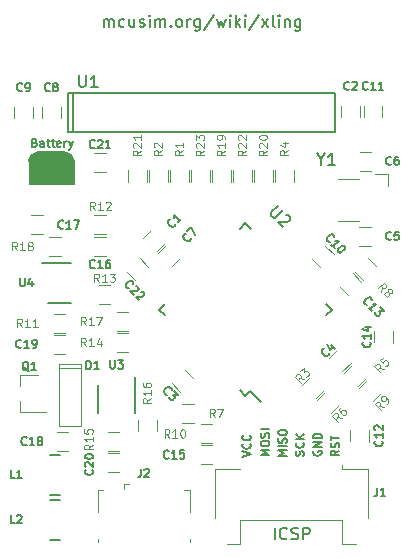
<source format=gto>
G04 #@! TF.GenerationSoftware,KiCad,Pcbnew,5.0.2+dfsg1-1*
G04 #@! TF.CreationDate,2019-10-20T13:45:48+02:00*
G04 #@! TF.ProjectId,xling,786c696e-672e-46b6-9963-61645f706362,3.1*
G04 #@! TF.SameCoordinates,Original*
G04 #@! TF.FileFunction,Legend,Top*
G04 #@! TF.FilePolarity,Positive*
%FSLAX46Y46*%
G04 Gerber Fmt 4.6, Leading zero omitted, Abs format (unit mm)*
G04 Created by KiCad (PCBNEW 5.0.2+dfsg1-1) date Sun 20 Oct 2019 13:45:48 CEST*
%MOMM*%
%LPD*%
G01*
G04 APERTURE LIST*
%ADD10C,0.200000*%
%ADD11C,0.150000*%
%ADD12C,0.175000*%
%ADD13C,0.100000*%
%ADD14C,0.120000*%
%ADD15C,0.125000*%
G04 APERTURE END LIST*
D10*
X61389666Y-42108380D02*
X61389666Y-41441714D01*
X61389666Y-41536952D02*
X61437285Y-41489333D01*
X61532523Y-41441714D01*
X61675380Y-41441714D01*
X61770619Y-41489333D01*
X61818238Y-41584571D01*
X61818238Y-42108380D01*
X61818238Y-41584571D02*
X61865857Y-41489333D01*
X61961095Y-41441714D01*
X62103952Y-41441714D01*
X62199190Y-41489333D01*
X62246809Y-41584571D01*
X62246809Y-42108380D01*
X63151571Y-42060761D02*
X63056333Y-42108380D01*
X62865857Y-42108380D01*
X62770619Y-42060761D01*
X62723000Y-42013142D01*
X62675380Y-41917904D01*
X62675380Y-41632190D01*
X62723000Y-41536952D01*
X62770619Y-41489333D01*
X62865857Y-41441714D01*
X63056333Y-41441714D01*
X63151571Y-41489333D01*
X64008714Y-41441714D02*
X64008714Y-42108380D01*
X63580142Y-41441714D02*
X63580142Y-41965523D01*
X63627761Y-42060761D01*
X63723000Y-42108380D01*
X63865857Y-42108380D01*
X63961095Y-42060761D01*
X64008714Y-42013142D01*
X64437285Y-42060761D02*
X64532523Y-42108380D01*
X64723000Y-42108380D01*
X64818238Y-42060761D01*
X64865857Y-41965523D01*
X64865857Y-41917904D01*
X64818238Y-41822666D01*
X64723000Y-41775047D01*
X64580142Y-41775047D01*
X64484904Y-41727428D01*
X64437285Y-41632190D01*
X64437285Y-41584571D01*
X64484904Y-41489333D01*
X64580142Y-41441714D01*
X64723000Y-41441714D01*
X64818238Y-41489333D01*
X65294428Y-42108380D02*
X65294428Y-41441714D01*
X65294428Y-41108380D02*
X65246809Y-41156000D01*
X65294428Y-41203619D01*
X65342047Y-41156000D01*
X65294428Y-41108380D01*
X65294428Y-41203619D01*
X65770619Y-42108380D02*
X65770619Y-41441714D01*
X65770619Y-41536952D02*
X65818238Y-41489333D01*
X65913476Y-41441714D01*
X66056333Y-41441714D01*
X66151571Y-41489333D01*
X66199190Y-41584571D01*
X66199190Y-42108380D01*
X66199190Y-41584571D02*
X66246809Y-41489333D01*
X66342047Y-41441714D01*
X66484904Y-41441714D01*
X66580142Y-41489333D01*
X66627761Y-41584571D01*
X66627761Y-42108380D01*
X67103952Y-42013142D02*
X67151571Y-42060761D01*
X67103952Y-42108380D01*
X67056333Y-42060761D01*
X67103952Y-42013142D01*
X67103952Y-42108380D01*
X67723000Y-42108380D02*
X67627761Y-42060761D01*
X67580142Y-42013142D01*
X67532523Y-41917904D01*
X67532523Y-41632190D01*
X67580142Y-41536952D01*
X67627761Y-41489333D01*
X67723000Y-41441714D01*
X67865857Y-41441714D01*
X67961095Y-41489333D01*
X68008714Y-41536952D01*
X68056333Y-41632190D01*
X68056333Y-41917904D01*
X68008714Y-42013142D01*
X67961095Y-42060761D01*
X67865857Y-42108380D01*
X67723000Y-42108380D01*
X68484904Y-42108380D02*
X68484904Y-41441714D01*
X68484904Y-41632190D02*
X68532523Y-41536952D01*
X68580142Y-41489333D01*
X68675380Y-41441714D01*
X68770619Y-41441714D01*
X69532523Y-41441714D02*
X69532523Y-42251238D01*
X69484904Y-42346476D01*
X69437285Y-42394095D01*
X69342047Y-42441714D01*
X69199190Y-42441714D01*
X69103952Y-42394095D01*
X69532523Y-42060761D02*
X69437285Y-42108380D01*
X69246809Y-42108380D01*
X69151571Y-42060761D01*
X69103952Y-42013142D01*
X69056333Y-41917904D01*
X69056333Y-41632190D01*
X69103952Y-41536952D01*
X69151571Y-41489333D01*
X69246809Y-41441714D01*
X69437285Y-41441714D01*
X69532523Y-41489333D01*
X70723000Y-41060761D02*
X69865857Y-42346476D01*
X70961095Y-41441714D02*
X71151571Y-42108380D01*
X71342047Y-41632190D01*
X71532523Y-42108380D01*
X71723000Y-41441714D01*
X72103952Y-42108380D02*
X72103952Y-41441714D01*
X72103952Y-41108380D02*
X72056333Y-41156000D01*
X72103952Y-41203619D01*
X72151571Y-41156000D01*
X72103952Y-41108380D01*
X72103952Y-41203619D01*
X72580142Y-42108380D02*
X72580142Y-41108380D01*
X72675380Y-41727428D02*
X72961095Y-42108380D01*
X72961095Y-41441714D02*
X72580142Y-41822666D01*
X73389666Y-42108380D02*
X73389666Y-41441714D01*
X73389666Y-41108380D02*
X73342047Y-41156000D01*
X73389666Y-41203619D01*
X73437285Y-41156000D01*
X73389666Y-41108380D01*
X73389666Y-41203619D01*
X74580142Y-41060761D02*
X73723000Y-42346476D01*
X74818238Y-42108380D02*
X75342047Y-41441714D01*
X74818238Y-41441714D02*
X75342047Y-42108380D01*
X75865857Y-42108380D02*
X75770619Y-42060761D01*
X75723000Y-41965523D01*
X75723000Y-41108380D01*
X76246809Y-42108380D02*
X76246809Y-41441714D01*
X76246809Y-41108380D02*
X76199190Y-41156000D01*
X76246809Y-41203619D01*
X76294428Y-41156000D01*
X76246809Y-41108380D01*
X76246809Y-41203619D01*
X76723000Y-41441714D02*
X76723000Y-42108380D01*
X76723000Y-41536952D02*
X76770619Y-41489333D01*
X76865857Y-41441714D01*
X77008714Y-41441714D01*
X77103952Y-41489333D01*
X77151571Y-41584571D01*
X77151571Y-42108380D01*
X78056333Y-41441714D02*
X78056333Y-42251238D01*
X78008714Y-42346476D01*
X77961095Y-42394095D01*
X77865857Y-42441714D01*
X77723000Y-42441714D01*
X77627761Y-42394095D01*
X78056333Y-42060761D02*
X77961095Y-42108380D01*
X77770619Y-42108380D01*
X77675380Y-42060761D01*
X77627761Y-42013142D01*
X77580142Y-41917904D01*
X77580142Y-41632190D01*
X77627761Y-41536952D01*
X77675380Y-41489333D01*
X77770619Y-41441714D01*
X77961095Y-41441714D01*
X78056333Y-41489333D01*
D11*
X55573000Y-51893000D02*
X55673000Y-51926333D01*
X55706333Y-51959666D01*
X55739666Y-52026333D01*
X55739666Y-52126333D01*
X55706333Y-52193000D01*
X55673000Y-52226333D01*
X55606333Y-52259666D01*
X55339666Y-52259666D01*
X55339666Y-51559666D01*
X55573000Y-51559666D01*
X55639666Y-51593000D01*
X55673000Y-51626333D01*
X55706333Y-51693000D01*
X55706333Y-51759666D01*
X55673000Y-51826333D01*
X55639666Y-51859666D01*
X55573000Y-51893000D01*
X55339666Y-51893000D01*
X56339666Y-52259666D02*
X56339666Y-51893000D01*
X56306333Y-51826333D01*
X56239666Y-51793000D01*
X56106333Y-51793000D01*
X56039666Y-51826333D01*
X56339666Y-52226333D02*
X56273000Y-52259666D01*
X56106333Y-52259666D01*
X56039666Y-52226333D01*
X56006333Y-52159666D01*
X56006333Y-52093000D01*
X56039666Y-52026333D01*
X56106333Y-51993000D01*
X56273000Y-51993000D01*
X56339666Y-51959666D01*
X56573000Y-51793000D02*
X56839666Y-51793000D01*
X56673000Y-51559666D02*
X56673000Y-52159666D01*
X56706333Y-52226333D01*
X56773000Y-52259666D01*
X56839666Y-52259666D01*
X56973000Y-51793000D02*
X57239666Y-51793000D01*
X57073000Y-51559666D02*
X57073000Y-52159666D01*
X57106333Y-52226333D01*
X57173000Y-52259666D01*
X57239666Y-52259666D01*
X57739666Y-52226333D02*
X57673000Y-52259666D01*
X57539666Y-52259666D01*
X57473000Y-52226333D01*
X57439666Y-52159666D01*
X57439666Y-51893000D01*
X57473000Y-51826333D01*
X57539666Y-51793000D01*
X57673000Y-51793000D01*
X57739666Y-51826333D01*
X57773000Y-51893000D01*
X57773000Y-51959666D01*
X57439666Y-52026333D01*
X58073000Y-52259666D02*
X58073000Y-51793000D01*
X58073000Y-51926333D02*
X58106333Y-51859666D01*
X58139666Y-51826333D01*
X58206333Y-51793000D01*
X58273000Y-51793000D01*
X58439666Y-51793000D02*
X58606333Y-52259666D01*
X58773000Y-51793000D02*
X58606333Y-52259666D01*
X58539666Y-52426333D01*
X58506333Y-52459666D01*
X58439666Y-52493000D01*
X75866809Y-85491580D02*
X75866809Y-84491580D01*
X76914428Y-85396342D02*
X76866809Y-85443961D01*
X76723952Y-85491580D01*
X76628714Y-85491580D01*
X76485857Y-85443961D01*
X76390619Y-85348723D01*
X76343000Y-85253485D01*
X76295380Y-85063009D01*
X76295380Y-84920152D01*
X76343000Y-84729676D01*
X76390619Y-84634438D01*
X76485857Y-84539200D01*
X76628714Y-84491580D01*
X76723952Y-84491580D01*
X76866809Y-84539200D01*
X76914428Y-84586819D01*
X77295380Y-85443961D02*
X77438238Y-85491580D01*
X77676333Y-85491580D01*
X77771571Y-85443961D01*
X77819190Y-85396342D01*
X77866809Y-85301104D01*
X77866809Y-85205866D01*
X77819190Y-85110628D01*
X77771571Y-85063009D01*
X77676333Y-85015390D01*
X77485857Y-84967771D01*
X77390619Y-84920152D01*
X77343000Y-84872533D01*
X77295380Y-84777295D01*
X77295380Y-84682057D01*
X77343000Y-84586819D01*
X77390619Y-84539200D01*
X77485857Y-84491580D01*
X77723952Y-84491580D01*
X77866809Y-84539200D01*
X78295380Y-85491580D02*
X78295380Y-84491580D01*
X78676333Y-84491580D01*
X78771571Y-84539200D01*
X78819190Y-84586819D01*
X78866809Y-84682057D01*
X78866809Y-84824914D01*
X78819190Y-84920152D01*
X78771571Y-84967771D01*
X78676333Y-85015390D01*
X78295380Y-85015390D01*
D12*
X81348666Y-77979583D02*
X81015333Y-78212916D01*
X81348666Y-78379583D02*
X80648666Y-78379583D01*
X80648666Y-78112916D01*
X80682000Y-78046250D01*
X80715333Y-78012916D01*
X80782000Y-77979583D01*
X80882000Y-77979583D01*
X80948666Y-78012916D01*
X80982000Y-78046250D01*
X81015333Y-78112916D01*
X81015333Y-78379583D01*
X81315333Y-77712916D02*
X81348666Y-77612916D01*
X81348666Y-77446250D01*
X81315333Y-77379583D01*
X81282000Y-77346250D01*
X81215333Y-77312916D01*
X81148666Y-77312916D01*
X81082000Y-77346250D01*
X81048666Y-77379583D01*
X81015333Y-77446250D01*
X80982000Y-77579583D01*
X80948666Y-77646250D01*
X80915333Y-77679583D01*
X80848666Y-77712916D01*
X80782000Y-77712916D01*
X80715333Y-77679583D01*
X80682000Y-77646250D01*
X80648666Y-77579583D01*
X80648666Y-77412916D01*
X80682000Y-77312916D01*
X80648666Y-77112916D02*
X80648666Y-76712916D01*
X81348666Y-76912916D02*
X80648666Y-76912916D01*
X79182000Y-78012916D02*
X79148666Y-78079583D01*
X79148666Y-78179583D01*
X79182000Y-78279583D01*
X79248666Y-78346250D01*
X79315333Y-78379583D01*
X79448666Y-78412916D01*
X79548666Y-78412916D01*
X79682000Y-78379583D01*
X79748666Y-78346250D01*
X79815333Y-78279583D01*
X79848666Y-78179583D01*
X79848666Y-78112916D01*
X79815333Y-78012916D01*
X79782000Y-77979583D01*
X79548666Y-77979583D01*
X79548666Y-78112916D01*
X79848666Y-77679583D02*
X79148666Y-77679583D01*
X79848666Y-77279583D01*
X79148666Y-77279583D01*
X79848666Y-76946250D02*
X79148666Y-76946250D01*
X79148666Y-76779583D01*
X79182000Y-76679583D01*
X79248666Y-76612916D01*
X79315333Y-76579583D01*
X79448666Y-76546250D01*
X79548666Y-76546250D01*
X79682000Y-76579583D01*
X79748666Y-76612916D01*
X79815333Y-76679583D01*
X79848666Y-76779583D01*
X79848666Y-76946250D01*
X78315333Y-78412916D02*
X78348666Y-78312916D01*
X78348666Y-78146250D01*
X78315333Y-78079583D01*
X78282000Y-78046250D01*
X78215333Y-78012916D01*
X78148666Y-78012916D01*
X78082000Y-78046250D01*
X78048666Y-78079583D01*
X78015333Y-78146250D01*
X77982000Y-78279583D01*
X77948666Y-78346250D01*
X77915333Y-78379583D01*
X77848666Y-78412916D01*
X77782000Y-78412916D01*
X77715333Y-78379583D01*
X77682000Y-78346250D01*
X77648666Y-78279583D01*
X77648666Y-78112916D01*
X77682000Y-78012916D01*
X78282000Y-77312916D02*
X78315333Y-77346250D01*
X78348666Y-77446250D01*
X78348666Y-77512916D01*
X78315333Y-77612916D01*
X78248666Y-77679583D01*
X78182000Y-77712916D01*
X78048666Y-77746250D01*
X77948666Y-77746250D01*
X77815333Y-77712916D01*
X77748666Y-77679583D01*
X77682000Y-77612916D01*
X77648666Y-77512916D01*
X77648666Y-77446250D01*
X77682000Y-77346250D01*
X77715333Y-77312916D01*
X78348666Y-77012916D02*
X77648666Y-77012916D01*
X78348666Y-76612916D02*
X77948666Y-76912916D01*
X77648666Y-76612916D02*
X78048666Y-77012916D01*
X76898666Y-78429583D02*
X76198666Y-78429583D01*
X76698666Y-78196250D01*
X76198666Y-77962916D01*
X76898666Y-77962916D01*
X76898666Y-77629583D02*
X76198666Y-77629583D01*
X76865333Y-77329583D02*
X76898666Y-77229583D01*
X76898666Y-77062916D01*
X76865333Y-76996250D01*
X76832000Y-76962916D01*
X76765333Y-76929583D01*
X76698666Y-76929583D01*
X76632000Y-76962916D01*
X76598666Y-76996250D01*
X76565333Y-77062916D01*
X76532000Y-77196250D01*
X76498666Y-77262916D01*
X76465333Y-77296250D01*
X76398666Y-77329583D01*
X76332000Y-77329583D01*
X76265333Y-77296250D01*
X76232000Y-77262916D01*
X76198666Y-77196250D01*
X76198666Y-77029583D01*
X76232000Y-76929583D01*
X76198666Y-76496250D02*
X76198666Y-76362916D01*
X76232000Y-76296250D01*
X76298666Y-76229583D01*
X76432000Y-76196250D01*
X76665333Y-76196250D01*
X76798666Y-76229583D01*
X76865333Y-76296250D01*
X76898666Y-76362916D01*
X76898666Y-76496250D01*
X76865333Y-76562916D01*
X76798666Y-76629583D01*
X76665333Y-76662916D01*
X76432000Y-76662916D01*
X76298666Y-76629583D01*
X76232000Y-76562916D01*
X76198666Y-76496250D01*
X75398666Y-78379583D02*
X74698666Y-78379583D01*
X75198666Y-78146250D01*
X74698666Y-77912916D01*
X75398666Y-77912916D01*
X74698666Y-77446250D02*
X74698666Y-77312916D01*
X74732000Y-77246250D01*
X74798666Y-77179583D01*
X74932000Y-77146250D01*
X75165333Y-77146250D01*
X75298666Y-77179583D01*
X75365333Y-77246250D01*
X75398666Y-77312916D01*
X75398666Y-77446250D01*
X75365333Y-77512916D01*
X75298666Y-77579583D01*
X75165333Y-77612916D01*
X74932000Y-77612916D01*
X74798666Y-77579583D01*
X74732000Y-77512916D01*
X74698666Y-77446250D01*
X75365333Y-76879583D02*
X75398666Y-76779583D01*
X75398666Y-76612916D01*
X75365333Y-76546250D01*
X75332000Y-76512916D01*
X75265333Y-76479583D01*
X75198666Y-76479583D01*
X75132000Y-76512916D01*
X75098666Y-76546250D01*
X75065333Y-76612916D01*
X75032000Y-76746250D01*
X74998666Y-76812916D01*
X74965333Y-76846250D01*
X74898666Y-76879583D01*
X74832000Y-76879583D01*
X74765333Y-76846250D01*
X74732000Y-76812916D01*
X74698666Y-76746250D01*
X74698666Y-76579583D01*
X74732000Y-76479583D01*
X75398666Y-76179583D02*
X74698666Y-76179583D01*
X73148666Y-78479583D02*
X73848666Y-78246250D01*
X73148666Y-78012916D01*
X73782000Y-77379583D02*
X73815333Y-77412916D01*
X73848666Y-77512916D01*
X73848666Y-77579583D01*
X73815333Y-77679583D01*
X73748666Y-77746250D01*
X73682000Y-77779583D01*
X73548666Y-77812916D01*
X73448666Y-77812916D01*
X73315333Y-77779583D01*
X73248666Y-77746250D01*
X73182000Y-77679583D01*
X73148666Y-77579583D01*
X73148666Y-77512916D01*
X73182000Y-77412916D01*
X73215333Y-77379583D01*
X73782000Y-76679583D02*
X73815333Y-76712916D01*
X73848666Y-76812916D01*
X73848666Y-76879583D01*
X73815333Y-76979583D01*
X73748666Y-77046250D01*
X73682000Y-77079583D01*
X73548666Y-77112916D01*
X73448666Y-77112916D01*
X73315333Y-77079583D01*
X73248666Y-77046250D01*
X73182000Y-76979583D01*
X73148666Y-76879583D01*
X73148666Y-76812916D01*
X73182000Y-76712916D01*
X73215333Y-76679583D01*
D11*
G04 #@! TO.C,U1*
X80995000Y-50961000D02*
X80995000Y-47659000D01*
X58770000Y-50961000D02*
X58770000Y-47659000D01*
X58389000Y-50961000D02*
X58389000Y-47659000D01*
X58389000Y-50961000D02*
X80995000Y-50961000D01*
X58389000Y-47659000D02*
X80995000Y-47659000D01*
D13*
G04 #@! TO.C,J3*
G36*
X55054500Y-55405500D02*
X58864500Y-55405500D01*
X58859500Y-54128500D01*
X58859500Y-53528500D01*
X58809500Y-53178500D01*
X58659500Y-52978500D01*
X58459500Y-52828500D01*
X58259500Y-52728500D01*
X55759500Y-52728500D01*
X55559500Y-52778500D01*
X55359500Y-52878500D01*
X55209500Y-53028500D01*
X55109500Y-53228500D01*
X55059500Y-53428500D01*
X55054500Y-55405500D01*
G37*
X55054500Y-55405500D02*
X58864500Y-55405500D01*
X58859500Y-54128500D01*
X58859500Y-53528500D01*
X58809500Y-53178500D01*
X58659500Y-52978500D01*
X58459500Y-52828500D01*
X58259500Y-52728500D01*
X55759500Y-52728500D01*
X55559500Y-52778500D01*
X55359500Y-52878500D01*
X55209500Y-53028500D01*
X55109500Y-53228500D01*
X55059500Y-53428500D01*
X55054500Y-55405500D01*
D11*
X58109500Y-52728500D02*
G75*
G02X58859500Y-53478500I0J-750000D01*
G01*
X55059500Y-53478500D02*
G75*
G02X55809500Y-52728500I750000J0D01*
G01*
X55809500Y-52728500D02*
X58109500Y-52728500D01*
D14*
G04 #@! TO.C,Y1*
X83042000Y-54942000D02*
X81242000Y-54942000D01*
X83042000Y-58542000D02*
X81242000Y-58542000D01*
X85442000Y-54542000D02*
X84392000Y-54542000D01*
X85442000Y-55542000D02*
X85442000Y-54542000D01*
D11*
G04 #@! TO.C,L1*
X57734200Y-78320900D02*
X56819800Y-78320900D01*
X57734200Y-81699100D02*
X56819800Y-81699100D01*
G04 #@! TO.C,L2*
X56819800Y-85509100D02*
X57734200Y-85509100D01*
X56819800Y-82130900D02*
X57734200Y-82130900D01*
D14*
G04 #@! TO.C,D1*
X57645300Y-70617600D02*
X57645300Y-70967600D01*
X59461400Y-70606000D02*
X57645300Y-70612000D01*
X59461400Y-70956000D02*
X59461400Y-70606000D01*
X59461400Y-75904900D02*
X57645300Y-75907900D01*
X59461400Y-70954900D02*
X59461400Y-75904900D01*
X57645300Y-70954900D02*
X57645300Y-75904900D01*
X59461400Y-70956000D02*
X57645300Y-70954900D01*
G04 #@! TO.C,C1*
X65446868Y-59278761D02*
X64746267Y-59979080D01*
X66574986Y-60413526D02*
X65874385Y-61113845D01*
G04 #@! TO.C,C2*
X81496000Y-48776000D02*
X81495800Y-49766600D01*
X83096100Y-48780700D02*
X83095900Y-49771300D01*
G04 #@! TO.C,C3*
X67152761Y-72284632D02*
X67853080Y-72985233D01*
X68287526Y-71156514D02*
X68987845Y-71857115D01*
G04 #@! TO.C,C5*
X84002500Y-59017000D02*
X83011900Y-59016800D01*
X83997800Y-60617100D02*
X83007200Y-60616900D01*
G04 #@! TO.C,C6*
X83066000Y-54267000D02*
X84056600Y-54267200D01*
X83070700Y-52666900D02*
X84061300Y-52667100D01*
G04 #@! TO.C,C7*
X66716868Y-60548761D02*
X66016267Y-61249080D01*
X67844986Y-61683526D02*
X67144385Y-62383845D01*
G04 #@! TO.C,C8*
X57759500Y-49839500D02*
X57759700Y-48848900D01*
X56159400Y-49834800D02*
X56159600Y-48844200D01*
G04 #@! TO.C,C9*
X55410000Y-49839500D02*
X55410200Y-48848900D01*
X53809900Y-49834800D02*
X53810100Y-48844200D01*
G04 #@! TO.C,C10*
X79027261Y-61743632D02*
X79727580Y-62444233D01*
X80162026Y-60615514D02*
X80862345Y-61316115D01*
G04 #@! TO.C,C11*
X83401000Y-48776000D02*
X83400800Y-49766600D01*
X85001100Y-48780700D02*
X85000900Y-49771300D01*
G04 #@! TO.C,C12*
X83858000Y-77208000D02*
X83858200Y-76217400D01*
X82257900Y-77203300D02*
X82258100Y-76212700D01*
G04 #@! TO.C,C13*
X81376761Y-64093132D02*
X82077080Y-64793733D01*
X82511526Y-62965014D02*
X83211845Y-63665615D01*
G04 #@! TO.C,C14*
X85890000Y-68826000D02*
X85890200Y-67835400D01*
X84289900Y-68821300D02*
X84290100Y-67830700D01*
G04 #@! TO.C,C15*
X70604000Y-77533600D02*
X69613400Y-77533400D01*
X70599300Y-79133700D02*
X69608700Y-79133500D01*
G04 #@! TO.C,C16*
X61587000Y-59906000D02*
X60596400Y-59905800D01*
X61582300Y-61506100D02*
X60591700Y-61505900D01*
G04 #@! TO.C,C17*
X55253000Y-59664500D02*
X56243600Y-59664700D01*
X55257700Y-58064400D02*
X56248300Y-58064600D01*
G04 #@! TO.C,C18*
X58412000Y-76416000D02*
X57421400Y-76415800D01*
X58407300Y-78016100D02*
X57416700Y-78015900D01*
G04 #@! TO.C,C19*
X58158000Y-68161000D02*
X57167400Y-68160800D01*
X58153300Y-69761100D02*
X57162700Y-69760900D01*
G04 #@! TO.C,C20*
X62730000Y-78194000D02*
X61739400Y-78193800D01*
X62725300Y-79794100D02*
X61734700Y-79793900D01*
G04 #@! TO.C,C22*
X63342761Y-62823132D02*
X64043080Y-63523733D01*
X64477526Y-61695014D02*
X65177845Y-62395615D01*
G04 #@! TO.C,R1*
X68617900Y-55232300D02*
X68617900Y-54254400D01*
X67017900Y-55232300D02*
X67017900Y-54254400D01*
G04 #@! TO.C,R2*
X66839900Y-55232300D02*
X66839900Y-54254400D01*
X65239900Y-55232300D02*
X65239900Y-54254400D01*
G04 #@! TO.C,R3*
X78905615Y-71728155D02*
X78214136Y-72419635D01*
X80036986Y-72859526D02*
X79345506Y-73551006D01*
G04 #@! TO.C,R4*
X77507900Y-55232300D02*
X77507900Y-54254400D01*
X75907900Y-55232300D02*
X75907900Y-54254400D01*
G04 #@! TO.C,R5*
X82461615Y-70712155D02*
X81770136Y-71403635D01*
X83592986Y-71843526D02*
X82901506Y-72535006D01*
G04 #@! TO.C,R6*
X80175615Y-72998155D02*
X79484136Y-73689635D01*
X81306986Y-74129526D02*
X80615506Y-74821006D01*
G04 #@! TO.C,R7*
X69024500Y-74028500D02*
X68046600Y-74028500D01*
X69024500Y-75628500D02*
X68046600Y-75628500D01*
G04 #@! TO.C,R8*
X82650155Y-62826385D02*
X83341635Y-63517864D01*
X83781526Y-61695014D02*
X84473006Y-62386494D01*
G04 #@! TO.C,R9*
X83731615Y-71982155D02*
X83040136Y-72673635D01*
X84862986Y-73113526D02*
X84171506Y-73805006D01*
G04 #@! TO.C,R10*
X70599300Y-75755700D02*
X69621400Y-75755700D01*
X70599300Y-77355700D02*
X69621400Y-77355700D01*
G04 #@! TO.C,R11*
X57162700Y-67982900D02*
X58140600Y-67982900D01*
X57162700Y-66382900D02*
X58140600Y-66382900D01*
G04 #@! TO.C,R12*
X60591700Y-59600900D02*
X61569600Y-59600900D01*
X60591700Y-58000900D02*
X61569600Y-58000900D01*
G04 #@! TO.C,R13*
X61963300Y-63970100D02*
X60985400Y-63970100D01*
X61963300Y-65570100D02*
X60985400Y-65570100D01*
G04 #@! TO.C,R14*
X63487300Y-68034100D02*
X62509400Y-68034100D01*
X63487300Y-69634100D02*
X62509400Y-69634100D01*
G04 #@! TO.C,R15*
X61734700Y-78015900D02*
X62712600Y-78015900D01*
X61734700Y-76415900D02*
X62712600Y-76415900D01*
G04 #@! TO.C,R16*
X64325700Y-75349100D02*
X64325700Y-76327000D01*
X65925700Y-75349100D02*
X65925700Y-76327000D01*
G04 #@! TO.C,R17*
X63487300Y-66256100D02*
X62509400Y-66256100D01*
X63487300Y-67856100D02*
X62509400Y-67856100D01*
G04 #@! TO.C,R18*
X56781700Y-61505900D02*
X57759600Y-61505900D01*
X56781700Y-59905900D02*
X57759600Y-59905900D01*
G04 #@! TO.C,R19*
X72173900Y-55232300D02*
X72173900Y-54254400D01*
X70573900Y-55232300D02*
X70573900Y-54254400D01*
G04 #@! TO.C,R20*
X75729900Y-55232300D02*
X75729900Y-54254400D01*
X74129900Y-55232300D02*
X74129900Y-54254400D01*
D11*
G04 #@! TO.C,U2*
X73812586Y-72951969D02*
X74714148Y-73853530D01*
X66087445Y-66040000D02*
X66564742Y-66517297D01*
X73406000Y-58721445D02*
X73883297Y-59198742D01*
X80724555Y-66040000D02*
X80247258Y-65562703D01*
X73406000Y-73358555D02*
X72928703Y-72881258D01*
X80724555Y-66040000D02*
X80247258Y-66517297D01*
X73406000Y-58721445D02*
X72928703Y-59198742D01*
X66087445Y-66040000D02*
X66564742Y-65562703D01*
X73406000Y-73358555D02*
X73812586Y-72951969D01*
D14*
G04 #@! TO.C,J1*
X72967000Y-85885000D02*
X71812000Y-85885000D01*
X72967000Y-83885000D02*
X72967000Y-85885000D01*
X81597000Y-83885000D02*
X72967000Y-83885000D01*
X81597000Y-85885000D02*
X81597000Y-83885000D01*
X82752000Y-85885000D02*
X81597000Y-85885000D01*
X70797000Y-79565000D02*
X72972000Y-79565000D01*
X70797000Y-83695000D02*
X70797000Y-79565000D01*
X81592000Y-79565000D02*
X81592000Y-79165000D01*
X83767000Y-79565000D02*
X81592000Y-79565000D01*
X83767000Y-83695000D02*
X83767000Y-79565000D01*
G04 #@! TO.C,J2*
X63082000Y-80797500D02*
X63082000Y-81247500D01*
X63082000Y-80797500D02*
X63532000Y-80797500D01*
X68682000Y-81347500D02*
X68232000Y-81347500D01*
X68682000Y-83197500D02*
X68682000Y-81347500D01*
X60882000Y-85747500D02*
X60882000Y-85497500D01*
X68682000Y-85747500D02*
X68682000Y-85497500D01*
X60882000Y-83197500D02*
X60882000Y-81347500D01*
X60882000Y-81347500D02*
X61332000Y-81347500D01*
G04 #@! TO.C,Q1*
X54358000Y-71572000D02*
X55818000Y-71572000D01*
X54358000Y-74732000D02*
X56518000Y-74732000D01*
X54358000Y-74732000D02*
X54358000Y-73802000D01*
X54358000Y-71572000D02*
X54358000Y-72502000D01*
D11*
G04 #@! TO.C,U3*
X60884000Y-74760000D02*
X60884000Y-72460000D01*
X64084000Y-71760000D02*
X64084000Y-74760000D01*
G04 #@! TO.C,U4*
X58658000Y-65454000D02*
X56658000Y-65454000D01*
X58658000Y-62054000D02*
X56158000Y-62054000D01*
D14*
G04 #@! TO.C,C4*
X80491014Y-70142474D02*
X81191615Y-69442155D01*
X81619132Y-71277239D02*
X82319733Y-70576920D01*
G04 #@! TO.C,C21*
X61582300Y-54394100D02*
X60591700Y-54393900D01*
X61587000Y-52794000D02*
X60596400Y-52793800D01*
G04 #@! TO.C,R21*
X63461900Y-55232300D02*
X63461900Y-54254400D01*
X65061900Y-55232300D02*
X65061900Y-54254400D01*
G04 #@! TO.C,R22*
X73951900Y-55232300D02*
X73951900Y-54254400D01*
X72351900Y-55232300D02*
X72351900Y-54254400D01*
G04 #@! TO.C,R23*
X68795900Y-55232300D02*
X68795900Y-54254400D01*
X70395900Y-55232300D02*
X70395900Y-54254400D01*
G04 #@! TO.C,U1*
D11*
X59309095Y-46188380D02*
X59309095Y-46997904D01*
X59356714Y-47093142D01*
X59404333Y-47140761D01*
X59499571Y-47188380D01*
X59690047Y-47188380D01*
X59785285Y-47140761D01*
X59832904Y-47093142D01*
X59880523Y-46997904D01*
X59880523Y-46188380D01*
X60880523Y-47188380D02*
X60309095Y-47188380D01*
X60594809Y-47188380D02*
X60594809Y-46188380D01*
X60499571Y-46331238D01*
X60404333Y-46426476D01*
X60309095Y-46474095D01*
G04 #@! TO.C,Y1*
X79787809Y-53316190D02*
X79787809Y-53792380D01*
X79454476Y-52792380D02*
X79787809Y-53316190D01*
X80121142Y-52792380D01*
X80978285Y-53792380D02*
X80406857Y-53792380D01*
X80692571Y-53792380D02*
X80692571Y-52792380D01*
X80597333Y-52935238D01*
X80502095Y-53030476D01*
X80406857Y-53078095D01*
G04 #@! TO.C,L1*
X53858333Y-80326666D02*
X53525000Y-80326666D01*
X53525000Y-79626666D01*
X54458333Y-80326666D02*
X54058333Y-80326666D01*
X54258333Y-80326666D02*
X54258333Y-79626666D01*
X54191666Y-79726666D01*
X54125000Y-79793333D01*
X54058333Y-79826666D01*
G04 #@! TO.C,L2*
X53858333Y-84136666D02*
X53525000Y-84136666D01*
X53525000Y-83436666D01*
X54058333Y-83503333D02*
X54091666Y-83470000D01*
X54158333Y-83436666D01*
X54325000Y-83436666D01*
X54391666Y-83470000D01*
X54425000Y-83503333D01*
X54458333Y-83570000D01*
X54458333Y-83636666D01*
X54425000Y-83736666D01*
X54025000Y-84136666D01*
X54458333Y-84136666D01*
G04 #@! TO.C,D1*
X59935333Y-71081066D02*
X59935333Y-70381066D01*
X60102000Y-70381066D01*
X60202000Y-70414400D01*
X60268666Y-70481066D01*
X60302000Y-70547733D01*
X60335333Y-70681066D01*
X60335333Y-70781066D01*
X60302000Y-70914400D01*
X60268666Y-70981066D01*
X60202000Y-71047733D01*
X60102000Y-71081066D01*
X59935333Y-71081066D01*
X61002000Y-71081066D02*
X60602000Y-71081066D01*
X60802000Y-71081066D02*
X60802000Y-70381066D01*
X60735333Y-70481066D01*
X60668666Y-70547733D01*
X60602000Y-70581066D01*
G04 #@! TO.C,C1*
X67455080Y-58780872D02*
X67455080Y-58828012D01*
X67407940Y-58922293D01*
X67360800Y-58969434D01*
X67266519Y-59016574D01*
X67172238Y-59016574D01*
X67101527Y-58993004D01*
X66983676Y-58922293D01*
X66912965Y-58851583D01*
X66842255Y-58733732D01*
X66818684Y-58663021D01*
X66818684Y-58568740D01*
X66865825Y-58474459D01*
X66912965Y-58427319D01*
X67007246Y-58380178D01*
X67054387Y-58380178D01*
X67973625Y-58356608D02*
X67690783Y-58639451D01*
X67832204Y-58498029D02*
X67337229Y-58003055D01*
X67360800Y-58120906D01*
X67360800Y-58215187D01*
X67337229Y-58285897D01*
G04 #@! TO.C,C2*
X82179333Y-47367000D02*
X82146000Y-47400333D01*
X82046000Y-47433666D01*
X81979333Y-47433666D01*
X81879333Y-47400333D01*
X81812666Y-47333666D01*
X81779333Y-47267000D01*
X81746000Y-47133666D01*
X81746000Y-47033666D01*
X81779333Y-46900333D01*
X81812666Y-46833666D01*
X81879333Y-46767000D01*
X81979333Y-46733666D01*
X82046000Y-46733666D01*
X82146000Y-46767000D01*
X82179333Y-46800333D01*
X82446000Y-46800333D02*
X82479333Y-46767000D01*
X82546000Y-46733666D01*
X82712666Y-46733666D01*
X82779333Y-46767000D01*
X82812666Y-46800333D01*
X82846000Y-46867000D01*
X82846000Y-46933666D01*
X82812666Y-47033666D01*
X82412666Y-47433666D01*
X82846000Y-47433666D01*
G04 #@! TO.C,C3*
X66745927Y-73246280D02*
X66698787Y-73246280D01*
X66604506Y-73199140D01*
X66557365Y-73152000D01*
X66510225Y-73057719D01*
X66510225Y-72963438D01*
X66533795Y-72892727D01*
X66604506Y-72774876D01*
X66675216Y-72704165D01*
X66793067Y-72633455D01*
X66863778Y-72609884D01*
X66958059Y-72609884D01*
X67052340Y-72657025D01*
X67099480Y-72704165D01*
X67146621Y-72798446D01*
X67146621Y-72845587D01*
X67358753Y-72963438D02*
X67665166Y-73269851D01*
X67311612Y-73293421D01*
X67382323Y-73364132D01*
X67405893Y-73434842D01*
X67405893Y-73481983D01*
X67382323Y-73552693D01*
X67264472Y-73670544D01*
X67193761Y-73694115D01*
X67146621Y-73694115D01*
X67075910Y-73670544D01*
X66934489Y-73529123D01*
X66910919Y-73458412D01*
X66910919Y-73411272D01*
G04 #@! TO.C,C5*
X85735333Y-60067000D02*
X85702000Y-60100333D01*
X85602000Y-60133666D01*
X85535333Y-60133666D01*
X85435333Y-60100333D01*
X85368666Y-60033666D01*
X85335333Y-59967000D01*
X85302000Y-59833666D01*
X85302000Y-59733666D01*
X85335333Y-59600333D01*
X85368666Y-59533666D01*
X85435333Y-59467000D01*
X85535333Y-59433666D01*
X85602000Y-59433666D01*
X85702000Y-59467000D01*
X85735333Y-59500333D01*
X86368666Y-59433666D02*
X86035333Y-59433666D01*
X86002000Y-59767000D01*
X86035333Y-59733666D01*
X86102000Y-59700333D01*
X86268666Y-59700333D01*
X86335333Y-59733666D01*
X86368666Y-59767000D01*
X86402000Y-59833666D01*
X86402000Y-60000333D01*
X86368666Y-60067000D01*
X86335333Y-60100333D01*
X86268666Y-60133666D01*
X86102000Y-60133666D01*
X86035333Y-60100333D01*
X86002000Y-60067000D01*
G04 #@! TO.C,C6*
X85735333Y-53717000D02*
X85702000Y-53750333D01*
X85602000Y-53783666D01*
X85535333Y-53783666D01*
X85435333Y-53750333D01*
X85368666Y-53683666D01*
X85335333Y-53617000D01*
X85302000Y-53483666D01*
X85302000Y-53383666D01*
X85335333Y-53250333D01*
X85368666Y-53183666D01*
X85435333Y-53117000D01*
X85535333Y-53083666D01*
X85602000Y-53083666D01*
X85702000Y-53117000D01*
X85735333Y-53150333D01*
X86335333Y-53083666D02*
X86202000Y-53083666D01*
X86135333Y-53117000D01*
X86102000Y-53150333D01*
X86035333Y-53250333D01*
X86002000Y-53383666D01*
X86002000Y-53650333D01*
X86035333Y-53717000D01*
X86068666Y-53750333D01*
X86135333Y-53783666D01*
X86268666Y-53783666D01*
X86335333Y-53750333D01*
X86368666Y-53717000D01*
X86402000Y-53650333D01*
X86402000Y-53483666D01*
X86368666Y-53417000D01*
X86335333Y-53383666D01*
X86268666Y-53350333D01*
X86135333Y-53350333D01*
X86068666Y-53383666D01*
X86035333Y-53417000D01*
X86002000Y-53483666D01*
G04 #@! TO.C,C7*
X68775880Y-60000072D02*
X68775880Y-60047212D01*
X68728740Y-60141493D01*
X68681600Y-60188634D01*
X68587319Y-60235774D01*
X68493038Y-60235774D01*
X68422327Y-60212204D01*
X68304476Y-60141493D01*
X68233765Y-60070783D01*
X68163055Y-59952932D01*
X68139484Y-59882221D01*
X68139484Y-59787940D01*
X68186625Y-59693659D01*
X68233765Y-59646519D01*
X68328046Y-59599378D01*
X68375187Y-59599378D01*
X68493038Y-59387246D02*
X68823021Y-59057263D01*
X69105864Y-59764370D01*
G04 #@! TO.C,C8*
X56842833Y-47494000D02*
X56809500Y-47527333D01*
X56709500Y-47560666D01*
X56642833Y-47560666D01*
X56542833Y-47527333D01*
X56476166Y-47460666D01*
X56442833Y-47394000D01*
X56409500Y-47260666D01*
X56409500Y-47160666D01*
X56442833Y-47027333D01*
X56476166Y-46960666D01*
X56542833Y-46894000D01*
X56642833Y-46860666D01*
X56709500Y-46860666D01*
X56809500Y-46894000D01*
X56842833Y-46927333D01*
X57242833Y-47160666D02*
X57176166Y-47127333D01*
X57142833Y-47094000D01*
X57109500Y-47027333D01*
X57109500Y-46994000D01*
X57142833Y-46927333D01*
X57176166Y-46894000D01*
X57242833Y-46860666D01*
X57376166Y-46860666D01*
X57442833Y-46894000D01*
X57476166Y-46927333D01*
X57509500Y-46994000D01*
X57509500Y-47027333D01*
X57476166Y-47094000D01*
X57442833Y-47127333D01*
X57376166Y-47160666D01*
X57242833Y-47160666D01*
X57176166Y-47194000D01*
X57142833Y-47227333D01*
X57109500Y-47294000D01*
X57109500Y-47427333D01*
X57142833Y-47494000D01*
X57176166Y-47527333D01*
X57242833Y-47560666D01*
X57376166Y-47560666D01*
X57442833Y-47527333D01*
X57476166Y-47494000D01*
X57509500Y-47427333D01*
X57509500Y-47294000D01*
X57476166Y-47227333D01*
X57442833Y-47194000D01*
X57376166Y-47160666D01*
G04 #@! TO.C,C9*
X54493333Y-47494000D02*
X54460000Y-47527333D01*
X54360000Y-47560666D01*
X54293333Y-47560666D01*
X54193333Y-47527333D01*
X54126666Y-47460666D01*
X54093333Y-47394000D01*
X54060000Y-47260666D01*
X54060000Y-47160666D01*
X54093333Y-47027333D01*
X54126666Y-46960666D01*
X54193333Y-46894000D01*
X54293333Y-46860666D01*
X54360000Y-46860666D01*
X54460000Y-46894000D01*
X54493333Y-46927333D01*
X54826666Y-47560666D02*
X54960000Y-47560666D01*
X55026666Y-47527333D01*
X55060000Y-47494000D01*
X55126666Y-47394000D01*
X55160000Y-47260666D01*
X55160000Y-46994000D01*
X55126666Y-46927333D01*
X55093333Y-46894000D01*
X55026666Y-46860666D01*
X54893333Y-46860666D01*
X54826666Y-46894000D01*
X54793333Y-46927333D01*
X54760000Y-46994000D01*
X54760000Y-47160666D01*
X54793333Y-47227333D01*
X54826666Y-47260666D01*
X54893333Y-47294000D01*
X55026666Y-47294000D01*
X55093333Y-47260666D01*
X55126666Y-47227333D01*
X55160000Y-47160666D01*
G04 #@! TO.C,C10*
X80531025Y-60310578D02*
X80483884Y-60310578D01*
X80389603Y-60263438D01*
X80342463Y-60216297D01*
X80295322Y-60122016D01*
X80295322Y-60027735D01*
X80318893Y-59957025D01*
X80389603Y-59839174D01*
X80460314Y-59768463D01*
X80578165Y-59697752D01*
X80648876Y-59674182D01*
X80743157Y-59674182D01*
X80837438Y-59721322D01*
X80884578Y-59768463D01*
X80931719Y-59862744D01*
X80931719Y-59909884D01*
X80955289Y-60829123D02*
X80672446Y-60546280D01*
X80813867Y-60687702D02*
X81308842Y-60192727D01*
X81190991Y-60216297D01*
X81096710Y-60216297D01*
X81026000Y-60192727D01*
X81756677Y-60640561D02*
X81803817Y-60687702D01*
X81827387Y-60758412D01*
X81827387Y-60805553D01*
X81803817Y-60876264D01*
X81733106Y-60994115D01*
X81615255Y-61111966D01*
X81497404Y-61182677D01*
X81426693Y-61206247D01*
X81379553Y-61206247D01*
X81308842Y-61182677D01*
X81261702Y-61135536D01*
X81238132Y-61064825D01*
X81238132Y-61017685D01*
X81261702Y-60946974D01*
X81332412Y-60829123D01*
X81450264Y-60711272D01*
X81568115Y-60640561D01*
X81638825Y-60616991D01*
X81685966Y-60616991D01*
X81756677Y-60640561D01*
G04 #@! TO.C,C11*
X83751000Y-47367000D02*
X83717666Y-47400333D01*
X83617666Y-47433666D01*
X83551000Y-47433666D01*
X83451000Y-47400333D01*
X83384333Y-47333666D01*
X83351000Y-47267000D01*
X83317666Y-47133666D01*
X83317666Y-47033666D01*
X83351000Y-46900333D01*
X83384333Y-46833666D01*
X83451000Y-46767000D01*
X83551000Y-46733666D01*
X83617666Y-46733666D01*
X83717666Y-46767000D01*
X83751000Y-46800333D01*
X84417666Y-47433666D02*
X84017666Y-47433666D01*
X84217666Y-47433666D02*
X84217666Y-46733666D01*
X84151000Y-46833666D01*
X84084333Y-46900333D01*
X84017666Y-46933666D01*
X85084333Y-47433666D02*
X84684333Y-47433666D01*
X84884333Y-47433666D02*
X84884333Y-46733666D01*
X84817666Y-46833666D01*
X84751000Y-46900333D01*
X84684333Y-46933666D01*
G04 #@! TO.C,C12*
X84959000Y-77158000D02*
X84992333Y-77191333D01*
X85025666Y-77291333D01*
X85025666Y-77358000D01*
X84992333Y-77458000D01*
X84925666Y-77524666D01*
X84859000Y-77558000D01*
X84725666Y-77591333D01*
X84625666Y-77591333D01*
X84492333Y-77558000D01*
X84425666Y-77524666D01*
X84359000Y-77458000D01*
X84325666Y-77358000D01*
X84325666Y-77291333D01*
X84359000Y-77191333D01*
X84392333Y-77158000D01*
X85025666Y-76491333D02*
X85025666Y-76891333D01*
X85025666Y-76691333D02*
X84325666Y-76691333D01*
X84425666Y-76758000D01*
X84492333Y-76824666D01*
X84525666Y-76891333D01*
X84392333Y-76224666D02*
X84359000Y-76191333D01*
X84325666Y-76124666D01*
X84325666Y-75958000D01*
X84359000Y-75891333D01*
X84392333Y-75858000D01*
X84459000Y-75824666D01*
X84525666Y-75824666D01*
X84625666Y-75858000D01*
X85025666Y-76258000D01*
X85025666Y-75824666D01*
G04 #@! TO.C,C13*
X83706025Y-65644578D02*
X83658884Y-65644578D01*
X83564603Y-65597438D01*
X83517463Y-65550297D01*
X83470322Y-65456016D01*
X83470322Y-65361735D01*
X83493893Y-65291025D01*
X83564603Y-65173174D01*
X83635314Y-65102463D01*
X83753165Y-65031752D01*
X83823876Y-65008182D01*
X83918157Y-65008182D01*
X84012438Y-65055322D01*
X84059578Y-65102463D01*
X84106719Y-65196744D01*
X84106719Y-65243884D01*
X84130289Y-66163123D02*
X83847446Y-65880280D01*
X83988867Y-66021702D02*
X84483842Y-65526727D01*
X84365991Y-65550297D01*
X84271710Y-65550297D01*
X84201000Y-65526727D01*
X84790255Y-65833140D02*
X85096668Y-66139553D01*
X84743115Y-66163123D01*
X84813825Y-66233834D01*
X84837396Y-66304544D01*
X84837396Y-66351685D01*
X84813825Y-66422396D01*
X84695974Y-66540247D01*
X84625264Y-66563817D01*
X84578123Y-66563817D01*
X84507412Y-66540247D01*
X84365991Y-66398825D01*
X84342421Y-66328115D01*
X84342421Y-66280974D01*
G04 #@! TO.C,C14*
X83943000Y-68776000D02*
X83976333Y-68809333D01*
X84009666Y-68909333D01*
X84009666Y-68976000D01*
X83976333Y-69076000D01*
X83909666Y-69142666D01*
X83843000Y-69176000D01*
X83709666Y-69209333D01*
X83609666Y-69209333D01*
X83476333Y-69176000D01*
X83409666Y-69142666D01*
X83343000Y-69076000D01*
X83309666Y-68976000D01*
X83309666Y-68909333D01*
X83343000Y-68809333D01*
X83376333Y-68776000D01*
X84009666Y-68109333D02*
X84009666Y-68509333D01*
X84009666Y-68309333D02*
X83309666Y-68309333D01*
X83409666Y-68376000D01*
X83476333Y-68442666D01*
X83509666Y-68509333D01*
X83543000Y-67509333D02*
X84009666Y-67509333D01*
X83276333Y-67676000D02*
X83776333Y-67842666D01*
X83776333Y-67409333D01*
G04 #@! TO.C,C15*
X66910800Y-78583600D02*
X66877466Y-78616933D01*
X66777466Y-78650266D01*
X66710800Y-78650266D01*
X66610800Y-78616933D01*
X66544133Y-78550266D01*
X66510800Y-78483600D01*
X66477466Y-78350266D01*
X66477466Y-78250266D01*
X66510800Y-78116933D01*
X66544133Y-78050266D01*
X66610800Y-77983600D01*
X66710800Y-77950266D01*
X66777466Y-77950266D01*
X66877466Y-77983600D01*
X66910800Y-78016933D01*
X67577466Y-78650266D02*
X67177466Y-78650266D01*
X67377466Y-78650266D02*
X67377466Y-77950266D01*
X67310800Y-78050266D01*
X67244133Y-78116933D01*
X67177466Y-78150266D01*
X68210800Y-77950266D02*
X67877466Y-77950266D01*
X67844133Y-78283600D01*
X67877466Y-78250266D01*
X67944133Y-78216933D01*
X68110800Y-78216933D01*
X68177466Y-78250266D01*
X68210800Y-78283600D01*
X68244133Y-78350266D01*
X68244133Y-78516933D01*
X68210800Y-78583600D01*
X68177466Y-78616933D01*
X68110800Y-78650266D01*
X67944133Y-78650266D01*
X67877466Y-78616933D01*
X67844133Y-78583600D01*
G04 #@! TO.C,C16*
X60637000Y-62480000D02*
X60603666Y-62513333D01*
X60503666Y-62546666D01*
X60437000Y-62546666D01*
X60337000Y-62513333D01*
X60270333Y-62446666D01*
X60237000Y-62380000D01*
X60203666Y-62246666D01*
X60203666Y-62146666D01*
X60237000Y-62013333D01*
X60270333Y-61946666D01*
X60337000Y-61880000D01*
X60437000Y-61846666D01*
X60503666Y-61846666D01*
X60603666Y-61880000D01*
X60637000Y-61913333D01*
X61303666Y-62546666D02*
X60903666Y-62546666D01*
X61103666Y-62546666D02*
X61103666Y-61846666D01*
X61037000Y-61946666D01*
X60970333Y-62013333D01*
X60903666Y-62046666D01*
X61903666Y-61846666D02*
X61770333Y-61846666D01*
X61703666Y-61880000D01*
X61670333Y-61913333D01*
X61603666Y-62013333D01*
X61570333Y-62146666D01*
X61570333Y-62413333D01*
X61603666Y-62480000D01*
X61637000Y-62513333D01*
X61703666Y-62546666D01*
X61837000Y-62546666D01*
X61903666Y-62513333D01*
X61937000Y-62480000D01*
X61970333Y-62413333D01*
X61970333Y-62246666D01*
X61937000Y-62180000D01*
X61903666Y-62146666D01*
X61837000Y-62113333D01*
X61703666Y-62113333D01*
X61637000Y-62146666D01*
X61603666Y-62180000D01*
X61570333Y-62246666D01*
G04 #@! TO.C,C17*
X57970000Y-59114500D02*
X57936666Y-59147833D01*
X57836666Y-59181166D01*
X57770000Y-59181166D01*
X57670000Y-59147833D01*
X57603333Y-59081166D01*
X57570000Y-59014500D01*
X57536666Y-58881166D01*
X57536666Y-58781166D01*
X57570000Y-58647833D01*
X57603333Y-58581166D01*
X57670000Y-58514500D01*
X57770000Y-58481166D01*
X57836666Y-58481166D01*
X57936666Y-58514500D01*
X57970000Y-58547833D01*
X58636666Y-59181166D02*
X58236666Y-59181166D01*
X58436666Y-59181166D02*
X58436666Y-58481166D01*
X58370000Y-58581166D01*
X58303333Y-58647833D01*
X58236666Y-58681166D01*
X58870000Y-58481166D02*
X59336666Y-58481166D01*
X59036666Y-59181166D01*
G04 #@! TO.C,C18*
X54871200Y-77466000D02*
X54837866Y-77499333D01*
X54737866Y-77532666D01*
X54671200Y-77532666D01*
X54571200Y-77499333D01*
X54504533Y-77432666D01*
X54471200Y-77366000D01*
X54437866Y-77232666D01*
X54437866Y-77132666D01*
X54471200Y-76999333D01*
X54504533Y-76932666D01*
X54571200Y-76866000D01*
X54671200Y-76832666D01*
X54737866Y-76832666D01*
X54837866Y-76866000D01*
X54871200Y-76899333D01*
X55537866Y-77532666D02*
X55137866Y-77532666D01*
X55337866Y-77532666D02*
X55337866Y-76832666D01*
X55271200Y-76932666D01*
X55204533Y-76999333D01*
X55137866Y-77032666D01*
X55937866Y-77132666D02*
X55871200Y-77099333D01*
X55837866Y-77066000D01*
X55804533Y-76999333D01*
X55804533Y-76966000D01*
X55837866Y-76899333D01*
X55871200Y-76866000D01*
X55937866Y-76832666D01*
X56071200Y-76832666D01*
X56137866Y-76866000D01*
X56171200Y-76899333D01*
X56204533Y-76966000D01*
X56204533Y-76999333D01*
X56171200Y-77066000D01*
X56137866Y-77099333D01*
X56071200Y-77132666D01*
X55937866Y-77132666D01*
X55871200Y-77166000D01*
X55837866Y-77199333D01*
X55804533Y-77266000D01*
X55804533Y-77399333D01*
X55837866Y-77466000D01*
X55871200Y-77499333D01*
X55937866Y-77532666D01*
X56071200Y-77532666D01*
X56137866Y-77499333D01*
X56171200Y-77466000D01*
X56204533Y-77399333D01*
X56204533Y-77266000D01*
X56171200Y-77199333D01*
X56137866Y-77166000D01*
X56071200Y-77132666D01*
G04 #@! TO.C,C19*
X54414000Y-69211000D02*
X54380666Y-69244333D01*
X54280666Y-69277666D01*
X54214000Y-69277666D01*
X54114000Y-69244333D01*
X54047333Y-69177666D01*
X54014000Y-69111000D01*
X53980666Y-68977666D01*
X53980666Y-68877666D01*
X54014000Y-68744333D01*
X54047333Y-68677666D01*
X54114000Y-68611000D01*
X54214000Y-68577666D01*
X54280666Y-68577666D01*
X54380666Y-68611000D01*
X54414000Y-68644333D01*
X55080666Y-69277666D02*
X54680666Y-69277666D01*
X54880666Y-69277666D02*
X54880666Y-68577666D01*
X54814000Y-68677666D01*
X54747333Y-68744333D01*
X54680666Y-68777666D01*
X55414000Y-69277666D02*
X55547333Y-69277666D01*
X55614000Y-69244333D01*
X55647333Y-69211000D01*
X55714000Y-69111000D01*
X55747333Y-68977666D01*
X55747333Y-68711000D01*
X55714000Y-68644333D01*
X55680666Y-68611000D01*
X55614000Y-68577666D01*
X55480666Y-68577666D01*
X55414000Y-68611000D01*
X55380666Y-68644333D01*
X55347333Y-68711000D01*
X55347333Y-68877666D01*
X55380666Y-68944333D01*
X55414000Y-68977666D01*
X55480666Y-69011000D01*
X55614000Y-69011000D01*
X55680666Y-68977666D01*
X55714000Y-68944333D01*
X55747333Y-68877666D01*
G04 #@! TO.C,C20*
X60448000Y-79596400D02*
X60481333Y-79629733D01*
X60514666Y-79729733D01*
X60514666Y-79796400D01*
X60481333Y-79896400D01*
X60414666Y-79963066D01*
X60348000Y-79996400D01*
X60214666Y-80029733D01*
X60114666Y-80029733D01*
X59981333Y-79996400D01*
X59914666Y-79963066D01*
X59848000Y-79896400D01*
X59814666Y-79796400D01*
X59814666Y-79729733D01*
X59848000Y-79629733D01*
X59881333Y-79596400D01*
X59881333Y-79329733D02*
X59848000Y-79296400D01*
X59814666Y-79229733D01*
X59814666Y-79063066D01*
X59848000Y-78996400D01*
X59881333Y-78963066D01*
X59948000Y-78929733D01*
X60014666Y-78929733D01*
X60114666Y-78963066D01*
X60514666Y-79363066D01*
X60514666Y-78929733D01*
X59814666Y-78496400D02*
X59814666Y-78429733D01*
X59848000Y-78363066D01*
X59881333Y-78329733D01*
X59948000Y-78296400D01*
X60081333Y-78263066D01*
X60248000Y-78263066D01*
X60381333Y-78296400D01*
X60448000Y-78329733D01*
X60481333Y-78363066D01*
X60514666Y-78429733D01*
X60514666Y-78496400D01*
X60481333Y-78563066D01*
X60448000Y-78596400D01*
X60381333Y-78629733D01*
X60248000Y-78663066D01*
X60081333Y-78663066D01*
X59948000Y-78629733D01*
X59881333Y-78596400D01*
X59848000Y-78563066D01*
X59814666Y-78496400D01*
G04 #@! TO.C,C22*
X63513025Y-64247578D02*
X63465884Y-64247578D01*
X63371603Y-64200438D01*
X63324463Y-64153297D01*
X63277322Y-64059016D01*
X63277322Y-63964735D01*
X63300893Y-63894025D01*
X63371603Y-63776174D01*
X63442314Y-63705463D01*
X63560165Y-63634752D01*
X63630876Y-63611182D01*
X63725157Y-63611182D01*
X63819438Y-63658322D01*
X63866578Y-63705463D01*
X63913719Y-63799744D01*
X63913719Y-63846884D01*
X64102280Y-64035446D02*
X64149421Y-64035446D01*
X64220132Y-64059016D01*
X64337983Y-64176867D01*
X64361553Y-64247578D01*
X64361553Y-64294719D01*
X64337983Y-64365429D01*
X64290842Y-64412570D01*
X64196561Y-64459710D01*
X63630876Y-64459710D01*
X63937289Y-64766123D01*
X64573685Y-64506851D02*
X64620825Y-64506851D01*
X64691536Y-64530421D01*
X64809387Y-64648272D01*
X64832957Y-64718983D01*
X64832957Y-64766123D01*
X64809387Y-64836834D01*
X64762247Y-64883974D01*
X64667966Y-64931115D01*
X64102280Y-64931115D01*
X64408693Y-65237528D01*
G04 #@! TO.C,R1*
D15*
X68134666Y-52567666D02*
X67801333Y-52801000D01*
X68134666Y-52967666D02*
X67434666Y-52967666D01*
X67434666Y-52701000D01*
X67468000Y-52634333D01*
X67501333Y-52601000D01*
X67568000Y-52567666D01*
X67668000Y-52567666D01*
X67734666Y-52601000D01*
X67768000Y-52634333D01*
X67801333Y-52701000D01*
X67801333Y-52967666D01*
X68134666Y-51901000D02*
X68134666Y-52301000D01*
X68134666Y-52101000D02*
X67434666Y-52101000D01*
X67534666Y-52167666D01*
X67601333Y-52234333D01*
X67634666Y-52301000D01*
G04 #@! TO.C,R2*
X66356666Y-52567666D02*
X66023333Y-52801000D01*
X66356666Y-52967666D02*
X65656666Y-52967666D01*
X65656666Y-52701000D01*
X65690000Y-52634333D01*
X65723333Y-52601000D01*
X65790000Y-52567666D01*
X65890000Y-52567666D01*
X65956666Y-52601000D01*
X65990000Y-52634333D01*
X66023333Y-52701000D01*
X66023333Y-52967666D01*
X65723333Y-52301000D02*
X65690000Y-52267666D01*
X65656666Y-52201000D01*
X65656666Y-52034333D01*
X65690000Y-51967666D01*
X65723333Y-51934333D01*
X65790000Y-51901000D01*
X65856666Y-51901000D01*
X65956666Y-51934333D01*
X66356666Y-52334333D01*
X66356666Y-51901000D01*
G04 #@! TO.C,R3*
X78373422Y-71934412D02*
X77972728Y-71863702D01*
X78090579Y-72217255D02*
X77595604Y-71722280D01*
X77784166Y-71533719D01*
X77854877Y-71510148D01*
X77902017Y-71510148D01*
X77972728Y-71533719D01*
X78043439Y-71604429D01*
X78067009Y-71675140D01*
X78067009Y-71722280D01*
X78043439Y-71792991D01*
X77854877Y-71981553D01*
X78043439Y-71274446D02*
X78349852Y-70968033D01*
X78373422Y-71321587D01*
X78444133Y-71250876D01*
X78514843Y-71227306D01*
X78561984Y-71227306D01*
X78632694Y-71250876D01*
X78750545Y-71368727D01*
X78774116Y-71439438D01*
X78774116Y-71486578D01*
X78750545Y-71557289D01*
X78609124Y-71698710D01*
X78538413Y-71722280D01*
X78491273Y-71722280D01*
G04 #@! TO.C,R4*
X77024666Y-52567666D02*
X76691333Y-52801000D01*
X77024666Y-52967666D02*
X76324666Y-52967666D01*
X76324666Y-52701000D01*
X76358000Y-52634333D01*
X76391333Y-52601000D01*
X76458000Y-52567666D01*
X76558000Y-52567666D01*
X76624666Y-52601000D01*
X76658000Y-52634333D01*
X76691333Y-52701000D01*
X76691333Y-52967666D01*
X76558000Y-51967666D02*
X77024666Y-51967666D01*
X76291333Y-52134333D02*
X76791333Y-52301000D01*
X76791333Y-51867666D01*
G04 #@! TO.C,R5*
X85104421Y-71045412D02*
X84703727Y-70974702D01*
X84821578Y-71328255D02*
X84326603Y-70833280D01*
X84515165Y-70644719D01*
X84585876Y-70621148D01*
X84633016Y-70621148D01*
X84703727Y-70644719D01*
X84774438Y-70715429D01*
X84798008Y-70786140D01*
X84798008Y-70833280D01*
X84774438Y-70903991D01*
X84585876Y-71092553D01*
X85057280Y-70102603D02*
X84821578Y-70338306D01*
X85033710Y-70597578D01*
X85033710Y-70550438D01*
X85057280Y-70479727D01*
X85175132Y-70361876D01*
X85245842Y-70338306D01*
X85292983Y-70338306D01*
X85363693Y-70361876D01*
X85481544Y-70479727D01*
X85505115Y-70550438D01*
X85505115Y-70597578D01*
X85481544Y-70668289D01*
X85363693Y-70786140D01*
X85292983Y-70809710D01*
X85245842Y-70809710D01*
G04 #@! TO.C,R6*
X81548421Y-75236412D02*
X81147727Y-75165702D01*
X81265578Y-75519255D02*
X80770603Y-75024280D01*
X80959165Y-74835719D01*
X81029876Y-74812148D01*
X81077016Y-74812148D01*
X81147727Y-74835719D01*
X81218438Y-74906429D01*
X81242008Y-74977140D01*
X81242008Y-75024280D01*
X81218438Y-75094991D01*
X81029876Y-75283553D01*
X81477710Y-74317174D02*
X81383429Y-74411455D01*
X81359859Y-74482165D01*
X81359859Y-74529306D01*
X81383429Y-74647157D01*
X81454140Y-74765008D01*
X81642702Y-74953570D01*
X81713412Y-74977140D01*
X81760553Y-74977140D01*
X81831264Y-74953570D01*
X81925544Y-74859289D01*
X81949115Y-74788578D01*
X81949115Y-74741438D01*
X81925544Y-74670727D01*
X81807693Y-74552876D01*
X81736983Y-74529306D01*
X81689842Y-74529306D01*
X81619132Y-74552876D01*
X81524851Y-74647157D01*
X81501280Y-74717867D01*
X81501280Y-74765008D01*
X81524851Y-74835719D01*
G04 #@! TO.C,R7*
X70800133Y-75145066D02*
X70566800Y-74811733D01*
X70400133Y-75145066D02*
X70400133Y-74445066D01*
X70666800Y-74445066D01*
X70733466Y-74478400D01*
X70766800Y-74511733D01*
X70800133Y-74578400D01*
X70800133Y-74678400D01*
X70766800Y-74745066D01*
X70733466Y-74778400D01*
X70666800Y-74811733D01*
X70400133Y-74811733D01*
X71033466Y-74445066D02*
X71500133Y-74445066D01*
X71200133Y-75145066D01*
G04 #@! TO.C,R8*
X84910587Y-64530421D02*
X84981297Y-64129727D01*
X84627744Y-64247578D02*
X85122719Y-63752603D01*
X85311280Y-63941165D01*
X85334851Y-64011876D01*
X85334851Y-64059016D01*
X85311280Y-64129727D01*
X85240570Y-64200438D01*
X85169859Y-64224008D01*
X85122719Y-64224008D01*
X85052008Y-64200438D01*
X84863446Y-64011876D01*
X85476272Y-64530421D02*
X85452702Y-64459710D01*
X85452702Y-64412570D01*
X85476272Y-64341859D01*
X85499842Y-64318289D01*
X85570553Y-64294719D01*
X85617693Y-64294719D01*
X85688404Y-64318289D01*
X85782685Y-64412570D01*
X85806255Y-64483280D01*
X85806255Y-64530421D01*
X85782685Y-64601132D01*
X85759115Y-64624702D01*
X85688404Y-64648272D01*
X85641264Y-64648272D01*
X85570553Y-64624702D01*
X85476272Y-64530421D01*
X85405561Y-64506851D01*
X85358421Y-64506851D01*
X85287710Y-64530421D01*
X85193429Y-64624702D01*
X85169859Y-64695412D01*
X85169859Y-64742553D01*
X85193429Y-64813264D01*
X85287710Y-64907544D01*
X85358421Y-64931115D01*
X85405561Y-64931115D01*
X85476272Y-64907544D01*
X85570553Y-64813264D01*
X85594123Y-64742553D01*
X85594123Y-64695412D01*
X85570553Y-64624702D01*
G04 #@! TO.C,R9*
X85130131Y-74246122D02*
X84729437Y-74175412D01*
X84847288Y-74528965D02*
X84352313Y-74033990D01*
X84540875Y-73845429D01*
X84611586Y-73821858D01*
X84658726Y-73821858D01*
X84729437Y-73845429D01*
X84800148Y-73916139D01*
X84823718Y-73986850D01*
X84823718Y-74033990D01*
X84800148Y-74104701D01*
X84611586Y-74293263D01*
X85365833Y-74010420D02*
X85460114Y-73916139D01*
X85483684Y-73845429D01*
X85483684Y-73798288D01*
X85460114Y-73680437D01*
X85389403Y-73562586D01*
X85200842Y-73374024D01*
X85130131Y-73350454D01*
X85082990Y-73350454D01*
X85012280Y-73374024D01*
X84917999Y-73468305D01*
X84894429Y-73539016D01*
X84894429Y-73586156D01*
X84917999Y-73656867D01*
X85035850Y-73774718D01*
X85106561Y-73798288D01*
X85153701Y-73798288D01*
X85224412Y-73774718D01*
X85318693Y-73680437D01*
X85342263Y-73609726D01*
X85342263Y-73562586D01*
X85318693Y-73491875D01*
G04 #@! TO.C,R10*
X66961600Y-76872266D02*
X66728266Y-76538933D01*
X66561600Y-76872266D02*
X66561600Y-76172266D01*
X66828266Y-76172266D01*
X66894933Y-76205600D01*
X66928266Y-76238933D01*
X66961600Y-76305600D01*
X66961600Y-76405600D01*
X66928266Y-76472266D01*
X66894933Y-76505600D01*
X66828266Y-76538933D01*
X66561600Y-76538933D01*
X67628266Y-76872266D02*
X67228266Y-76872266D01*
X67428266Y-76872266D02*
X67428266Y-76172266D01*
X67361600Y-76272266D01*
X67294933Y-76338933D01*
X67228266Y-76372266D01*
X68061600Y-76172266D02*
X68128266Y-76172266D01*
X68194933Y-76205600D01*
X68228266Y-76238933D01*
X68261600Y-76305600D01*
X68294933Y-76438933D01*
X68294933Y-76605600D01*
X68261600Y-76738933D01*
X68228266Y-76805600D01*
X68194933Y-76838933D01*
X68128266Y-76872266D01*
X68061600Y-76872266D01*
X67994933Y-76838933D01*
X67961600Y-76805600D01*
X67928266Y-76738933D01*
X67894933Y-76605600D01*
X67894933Y-76438933D01*
X67928266Y-76305600D01*
X67961600Y-76238933D01*
X67994933Y-76205600D01*
X68061600Y-76172266D01*
G04 #@! TO.C,R11*
X54477500Y-67499666D02*
X54244166Y-67166333D01*
X54077500Y-67499666D02*
X54077500Y-66799666D01*
X54344166Y-66799666D01*
X54410833Y-66833000D01*
X54444166Y-66866333D01*
X54477500Y-66933000D01*
X54477500Y-67033000D01*
X54444166Y-67099666D01*
X54410833Y-67133000D01*
X54344166Y-67166333D01*
X54077500Y-67166333D01*
X55144166Y-67499666D02*
X54744166Y-67499666D01*
X54944166Y-67499666D02*
X54944166Y-66799666D01*
X54877500Y-66899666D01*
X54810833Y-66966333D01*
X54744166Y-66999666D01*
X55810833Y-67499666D02*
X55410833Y-67499666D01*
X55610833Y-67499666D02*
X55610833Y-66799666D01*
X55544166Y-66899666D01*
X55477500Y-66966333D01*
X55410833Y-66999666D01*
G04 #@! TO.C,R12*
X60662400Y-57619066D02*
X60429066Y-57285733D01*
X60262400Y-57619066D02*
X60262400Y-56919066D01*
X60529066Y-56919066D01*
X60595733Y-56952400D01*
X60629066Y-56985733D01*
X60662400Y-57052400D01*
X60662400Y-57152400D01*
X60629066Y-57219066D01*
X60595733Y-57252400D01*
X60529066Y-57285733D01*
X60262400Y-57285733D01*
X61329066Y-57619066D02*
X60929066Y-57619066D01*
X61129066Y-57619066D02*
X61129066Y-56919066D01*
X61062400Y-57019066D01*
X60995733Y-57085733D01*
X60929066Y-57119066D01*
X61595733Y-56985733D02*
X61629066Y-56952400D01*
X61695733Y-56919066D01*
X61862400Y-56919066D01*
X61929066Y-56952400D01*
X61962400Y-56985733D01*
X61995733Y-57052400D01*
X61995733Y-57119066D01*
X61962400Y-57219066D01*
X61562400Y-57619066D01*
X61995733Y-57619066D01*
G04 #@! TO.C,R13*
X61018000Y-63689666D02*
X60784666Y-63356333D01*
X60618000Y-63689666D02*
X60618000Y-62989666D01*
X60884666Y-62989666D01*
X60951333Y-63023000D01*
X60984666Y-63056333D01*
X61018000Y-63123000D01*
X61018000Y-63223000D01*
X60984666Y-63289666D01*
X60951333Y-63323000D01*
X60884666Y-63356333D01*
X60618000Y-63356333D01*
X61684666Y-63689666D02*
X61284666Y-63689666D01*
X61484666Y-63689666D02*
X61484666Y-62989666D01*
X61418000Y-63089666D01*
X61351333Y-63156333D01*
X61284666Y-63189666D01*
X61918000Y-62989666D02*
X62351333Y-62989666D01*
X62118000Y-63256333D01*
X62218000Y-63256333D01*
X62284666Y-63289666D01*
X62318000Y-63323000D01*
X62351333Y-63389666D01*
X62351333Y-63556333D01*
X62318000Y-63623000D01*
X62284666Y-63656333D01*
X62218000Y-63689666D01*
X62018000Y-63689666D01*
X61951333Y-63656333D01*
X61918000Y-63623000D01*
G04 #@! TO.C,R14*
X59875000Y-69150666D02*
X59641666Y-68817333D01*
X59475000Y-69150666D02*
X59475000Y-68450666D01*
X59741666Y-68450666D01*
X59808333Y-68484000D01*
X59841666Y-68517333D01*
X59875000Y-68584000D01*
X59875000Y-68684000D01*
X59841666Y-68750666D01*
X59808333Y-68784000D01*
X59741666Y-68817333D01*
X59475000Y-68817333D01*
X60541666Y-69150666D02*
X60141666Y-69150666D01*
X60341666Y-69150666D02*
X60341666Y-68450666D01*
X60275000Y-68550666D01*
X60208333Y-68617333D01*
X60141666Y-68650666D01*
X61141666Y-68684000D02*
X61141666Y-69150666D01*
X60975000Y-68417333D02*
X60808333Y-68917333D01*
X61241666Y-68917333D01*
G04 #@! TO.C,R15*
X60463866Y-77462800D02*
X60130533Y-77696133D01*
X60463866Y-77862800D02*
X59763866Y-77862800D01*
X59763866Y-77596133D01*
X59797200Y-77529466D01*
X59830533Y-77496133D01*
X59897200Y-77462800D01*
X59997200Y-77462800D01*
X60063866Y-77496133D01*
X60097200Y-77529466D01*
X60130533Y-77596133D01*
X60130533Y-77862800D01*
X60463866Y-76796133D02*
X60463866Y-77196133D01*
X60463866Y-76996133D02*
X59763866Y-76996133D01*
X59863866Y-77062800D01*
X59930533Y-77129466D01*
X59963866Y-77196133D01*
X59763866Y-76162800D02*
X59763866Y-76496133D01*
X60097200Y-76529466D01*
X60063866Y-76496133D01*
X60030533Y-76429466D01*
X60030533Y-76262800D01*
X60063866Y-76196133D01*
X60097200Y-76162800D01*
X60163866Y-76129466D01*
X60330533Y-76129466D01*
X60397200Y-76162800D01*
X60430533Y-76196133D01*
X60463866Y-76262800D01*
X60463866Y-76429466D01*
X60430533Y-76496133D01*
X60397200Y-76529466D01*
G04 #@! TO.C,R16*
X65391466Y-73551200D02*
X65058133Y-73784533D01*
X65391466Y-73951200D02*
X64691466Y-73951200D01*
X64691466Y-73684533D01*
X64724800Y-73617866D01*
X64758133Y-73584533D01*
X64824800Y-73551200D01*
X64924800Y-73551200D01*
X64991466Y-73584533D01*
X65024800Y-73617866D01*
X65058133Y-73684533D01*
X65058133Y-73951200D01*
X65391466Y-72884533D02*
X65391466Y-73284533D01*
X65391466Y-73084533D02*
X64691466Y-73084533D01*
X64791466Y-73151200D01*
X64858133Y-73217866D01*
X64891466Y-73284533D01*
X64691466Y-72284533D02*
X64691466Y-72417866D01*
X64724800Y-72484533D01*
X64758133Y-72517866D01*
X64858133Y-72584533D01*
X64991466Y-72617866D01*
X65258133Y-72617866D01*
X65324800Y-72584533D01*
X65358133Y-72551200D01*
X65391466Y-72484533D01*
X65391466Y-72351200D01*
X65358133Y-72284533D01*
X65324800Y-72251200D01*
X65258133Y-72217866D01*
X65091466Y-72217866D01*
X65024800Y-72251200D01*
X64991466Y-72284533D01*
X64958133Y-72351200D01*
X64958133Y-72484533D01*
X64991466Y-72551200D01*
X65024800Y-72584533D01*
X65091466Y-72617866D01*
G04 #@! TO.C,R17*
X59875000Y-67372666D02*
X59641666Y-67039333D01*
X59475000Y-67372666D02*
X59475000Y-66672666D01*
X59741666Y-66672666D01*
X59808333Y-66706000D01*
X59841666Y-66739333D01*
X59875000Y-66806000D01*
X59875000Y-66906000D01*
X59841666Y-66972666D01*
X59808333Y-67006000D01*
X59741666Y-67039333D01*
X59475000Y-67039333D01*
X60541666Y-67372666D02*
X60141666Y-67372666D01*
X60341666Y-67372666D02*
X60341666Y-66672666D01*
X60275000Y-66772666D01*
X60208333Y-66839333D01*
X60141666Y-66872666D01*
X60775000Y-66672666D02*
X61241666Y-66672666D01*
X60941666Y-67372666D01*
G04 #@! TO.C,R18*
X54058400Y-61022666D02*
X53825066Y-60689333D01*
X53658400Y-61022666D02*
X53658400Y-60322666D01*
X53925066Y-60322666D01*
X53991733Y-60356000D01*
X54025066Y-60389333D01*
X54058400Y-60456000D01*
X54058400Y-60556000D01*
X54025066Y-60622666D01*
X53991733Y-60656000D01*
X53925066Y-60689333D01*
X53658400Y-60689333D01*
X54725066Y-61022666D02*
X54325066Y-61022666D01*
X54525066Y-61022666D02*
X54525066Y-60322666D01*
X54458400Y-60422666D01*
X54391733Y-60489333D01*
X54325066Y-60522666D01*
X55125066Y-60622666D02*
X55058400Y-60589333D01*
X55025066Y-60556000D01*
X54991733Y-60489333D01*
X54991733Y-60456000D01*
X55025066Y-60389333D01*
X55058400Y-60356000D01*
X55125066Y-60322666D01*
X55258400Y-60322666D01*
X55325066Y-60356000D01*
X55358400Y-60389333D01*
X55391733Y-60456000D01*
X55391733Y-60489333D01*
X55358400Y-60556000D01*
X55325066Y-60589333D01*
X55258400Y-60622666D01*
X55125066Y-60622666D01*
X55058400Y-60656000D01*
X55025066Y-60689333D01*
X54991733Y-60756000D01*
X54991733Y-60889333D01*
X55025066Y-60956000D01*
X55058400Y-60989333D01*
X55125066Y-61022666D01*
X55258400Y-61022666D01*
X55325066Y-60989333D01*
X55358400Y-60956000D01*
X55391733Y-60889333D01*
X55391733Y-60756000D01*
X55358400Y-60689333D01*
X55325066Y-60656000D01*
X55258400Y-60622666D01*
G04 #@! TO.C,R19*
X71690666Y-52583500D02*
X71357333Y-52816833D01*
X71690666Y-52983500D02*
X70990666Y-52983500D01*
X70990666Y-52716833D01*
X71024000Y-52650166D01*
X71057333Y-52616833D01*
X71124000Y-52583500D01*
X71224000Y-52583500D01*
X71290666Y-52616833D01*
X71324000Y-52650166D01*
X71357333Y-52716833D01*
X71357333Y-52983500D01*
X71690666Y-51916833D02*
X71690666Y-52316833D01*
X71690666Y-52116833D02*
X70990666Y-52116833D01*
X71090666Y-52183500D01*
X71157333Y-52250166D01*
X71190666Y-52316833D01*
X71690666Y-51583500D02*
X71690666Y-51450166D01*
X71657333Y-51383500D01*
X71624000Y-51350166D01*
X71524000Y-51283500D01*
X71390666Y-51250166D01*
X71124000Y-51250166D01*
X71057333Y-51283500D01*
X71024000Y-51316833D01*
X70990666Y-51383500D01*
X70990666Y-51516833D01*
X71024000Y-51583500D01*
X71057333Y-51616833D01*
X71124000Y-51650166D01*
X71290666Y-51650166D01*
X71357333Y-51616833D01*
X71390666Y-51583500D01*
X71424000Y-51516833D01*
X71424000Y-51383500D01*
X71390666Y-51316833D01*
X71357333Y-51283500D01*
X71290666Y-51250166D01*
G04 #@! TO.C,R20*
X75246666Y-52583500D02*
X74913333Y-52816833D01*
X75246666Y-52983500D02*
X74546666Y-52983500D01*
X74546666Y-52716833D01*
X74580000Y-52650166D01*
X74613333Y-52616833D01*
X74680000Y-52583500D01*
X74780000Y-52583500D01*
X74846666Y-52616833D01*
X74880000Y-52650166D01*
X74913333Y-52716833D01*
X74913333Y-52983500D01*
X74613333Y-52316833D02*
X74580000Y-52283500D01*
X74546666Y-52216833D01*
X74546666Y-52050166D01*
X74580000Y-51983500D01*
X74613333Y-51950166D01*
X74680000Y-51916833D01*
X74746666Y-51916833D01*
X74846666Y-51950166D01*
X75246666Y-52350166D01*
X75246666Y-51916833D01*
X74546666Y-51483500D02*
X74546666Y-51416833D01*
X74580000Y-51350166D01*
X74613333Y-51316833D01*
X74680000Y-51283500D01*
X74813333Y-51250166D01*
X74980000Y-51250166D01*
X75113333Y-51283500D01*
X75180000Y-51316833D01*
X75213333Y-51350166D01*
X75246666Y-51416833D01*
X75246666Y-51483500D01*
X75213333Y-51550166D01*
X75180000Y-51583500D01*
X75113333Y-51616833D01*
X74980000Y-51650166D01*
X74813333Y-51650166D01*
X74680000Y-51616833D01*
X74613333Y-51583500D01*
X74580000Y-51550166D01*
X74546666Y-51483500D01*
G04 #@! TO.C,U2*
D11*
X76175477Y-57240026D02*
X75603057Y-57812446D01*
X75569385Y-57913461D01*
X75569385Y-57980805D01*
X75603057Y-58081820D01*
X75737744Y-58216507D01*
X75838759Y-58250179D01*
X75906103Y-58250179D01*
X76007118Y-58216507D01*
X76579538Y-57644087D01*
X76815240Y-58014477D02*
X76882583Y-58014477D01*
X76983599Y-58048148D01*
X77151957Y-58216507D01*
X77185629Y-58317522D01*
X77185629Y-58384866D01*
X77151957Y-58485881D01*
X77084614Y-58553225D01*
X76949927Y-58620568D01*
X76141805Y-58620568D01*
X76579538Y-59058301D01*
G04 #@! TO.C,J1*
X84551866Y-81150666D02*
X84551866Y-81650666D01*
X84518533Y-81750666D01*
X84451866Y-81817333D01*
X84351866Y-81850666D01*
X84285200Y-81850666D01*
X85251866Y-81850666D02*
X84851866Y-81850666D01*
X85051866Y-81850666D02*
X85051866Y-81150666D01*
X84985200Y-81250666D01*
X84918533Y-81317333D01*
X84851866Y-81350666D01*
G04 #@! TO.C,J2*
X64536666Y-79525066D02*
X64536666Y-80025066D01*
X64503333Y-80125066D01*
X64436666Y-80191733D01*
X64336666Y-80225066D01*
X64270000Y-80225066D01*
X64836666Y-79591733D02*
X64870000Y-79558400D01*
X64936666Y-79525066D01*
X65103333Y-79525066D01*
X65170000Y-79558400D01*
X65203333Y-79591733D01*
X65236666Y-79658400D01*
X65236666Y-79725066D01*
X65203333Y-79825066D01*
X64803333Y-80225066D01*
X65236666Y-80225066D01*
G04 #@! TO.C,Q1*
X55051333Y-71249333D02*
X54984666Y-71216000D01*
X54918000Y-71149333D01*
X54818000Y-71049333D01*
X54751333Y-71016000D01*
X54684666Y-71016000D01*
X54718000Y-71182666D02*
X54651333Y-71149333D01*
X54584666Y-71082666D01*
X54551333Y-70949333D01*
X54551333Y-70716000D01*
X54584666Y-70582666D01*
X54651333Y-70516000D01*
X54718000Y-70482666D01*
X54851333Y-70482666D01*
X54918000Y-70516000D01*
X54984666Y-70582666D01*
X55018000Y-70716000D01*
X55018000Y-70949333D01*
X54984666Y-71082666D01*
X54918000Y-71149333D01*
X54851333Y-71182666D01*
X54718000Y-71182666D01*
X55684666Y-71182666D02*
X55284666Y-71182666D01*
X55484666Y-71182666D02*
X55484666Y-70482666D01*
X55418000Y-70582666D01*
X55351333Y-70649333D01*
X55284666Y-70682666D01*
G04 #@! TO.C,U3*
X61950666Y-70330266D02*
X61950666Y-70896933D01*
X61984000Y-70963600D01*
X62017333Y-70996933D01*
X62084000Y-71030266D01*
X62217333Y-71030266D01*
X62284000Y-70996933D01*
X62317333Y-70963600D01*
X62350666Y-70896933D01*
X62350666Y-70330266D01*
X62617333Y-70330266D02*
X63050666Y-70330266D01*
X62817333Y-70596933D01*
X62917333Y-70596933D01*
X62984000Y-70630266D01*
X63017333Y-70663600D01*
X63050666Y-70730266D01*
X63050666Y-70896933D01*
X63017333Y-70963600D01*
X62984000Y-70996933D01*
X62917333Y-71030266D01*
X62717333Y-71030266D01*
X62650666Y-70996933D01*
X62617333Y-70963600D01*
G04 #@! TO.C,U4*
X54330666Y-63370666D02*
X54330666Y-63937333D01*
X54364000Y-64004000D01*
X54397333Y-64037333D01*
X54464000Y-64070666D01*
X54597333Y-64070666D01*
X54664000Y-64037333D01*
X54697333Y-64004000D01*
X54730666Y-63937333D01*
X54730666Y-63370666D01*
X55364000Y-63604000D02*
X55364000Y-64070666D01*
X55197333Y-63337333D02*
X55030666Y-63837333D01*
X55464000Y-63837333D01*
G04 #@! TO.C,C4*
X80485280Y-69728273D02*
X80485280Y-69775413D01*
X80438140Y-69869694D01*
X80391000Y-69916835D01*
X80296719Y-69963975D01*
X80202438Y-69963975D01*
X80131727Y-69940405D01*
X80013876Y-69869694D01*
X79943165Y-69798984D01*
X79872455Y-69681133D01*
X79848884Y-69610422D01*
X79848884Y-69516141D01*
X79896025Y-69421860D01*
X79943165Y-69374720D01*
X80037446Y-69327579D01*
X80084587Y-69327579D01*
X80626702Y-69021166D02*
X80956685Y-69351149D01*
X80320289Y-68950456D02*
X80555991Y-69421860D01*
X80862404Y-69115447D01*
G04 #@! TO.C,C21*
X60637000Y-52320000D02*
X60603666Y-52353333D01*
X60503666Y-52386666D01*
X60437000Y-52386666D01*
X60337000Y-52353333D01*
X60270333Y-52286666D01*
X60237000Y-52220000D01*
X60203666Y-52086666D01*
X60203666Y-51986666D01*
X60237000Y-51853333D01*
X60270333Y-51786666D01*
X60337000Y-51720000D01*
X60437000Y-51686666D01*
X60503666Y-51686666D01*
X60603666Y-51720000D01*
X60637000Y-51753333D01*
X60903666Y-51753333D02*
X60937000Y-51720000D01*
X61003666Y-51686666D01*
X61170333Y-51686666D01*
X61237000Y-51720000D01*
X61270333Y-51753333D01*
X61303666Y-51820000D01*
X61303666Y-51886666D01*
X61270333Y-51986666D01*
X60870333Y-52386666D01*
X61303666Y-52386666D01*
X61970333Y-52386666D02*
X61570333Y-52386666D01*
X61770333Y-52386666D02*
X61770333Y-51686666D01*
X61703666Y-51786666D01*
X61637000Y-51853333D01*
X61570333Y-51886666D01*
G04 #@! TO.C,R21*
D15*
X64578666Y-52583500D02*
X64245333Y-52816833D01*
X64578666Y-52983500D02*
X63878666Y-52983500D01*
X63878666Y-52716833D01*
X63912000Y-52650166D01*
X63945333Y-52616833D01*
X64012000Y-52583500D01*
X64112000Y-52583500D01*
X64178666Y-52616833D01*
X64212000Y-52650166D01*
X64245333Y-52716833D01*
X64245333Y-52983500D01*
X63945333Y-52316833D02*
X63912000Y-52283500D01*
X63878666Y-52216833D01*
X63878666Y-52050166D01*
X63912000Y-51983500D01*
X63945333Y-51950166D01*
X64012000Y-51916833D01*
X64078666Y-51916833D01*
X64178666Y-51950166D01*
X64578666Y-52350166D01*
X64578666Y-51916833D01*
X64578666Y-51250166D02*
X64578666Y-51650166D01*
X64578666Y-51450166D02*
X63878666Y-51450166D01*
X63978666Y-51516833D01*
X64045333Y-51583500D01*
X64078666Y-51650166D01*
G04 #@! TO.C,R22*
X73468666Y-52583500D02*
X73135333Y-52816833D01*
X73468666Y-52983500D02*
X72768666Y-52983500D01*
X72768666Y-52716833D01*
X72802000Y-52650166D01*
X72835333Y-52616833D01*
X72902000Y-52583500D01*
X73002000Y-52583500D01*
X73068666Y-52616833D01*
X73102000Y-52650166D01*
X73135333Y-52716833D01*
X73135333Y-52983500D01*
X72835333Y-52316833D02*
X72802000Y-52283500D01*
X72768666Y-52216833D01*
X72768666Y-52050166D01*
X72802000Y-51983500D01*
X72835333Y-51950166D01*
X72902000Y-51916833D01*
X72968666Y-51916833D01*
X73068666Y-51950166D01*
X73468666Y-52350166D01*
X73468666Y-51916833D01*
X72835333Y-51650166D02*
X72802000Y-51616833D01*
X72768666Y-51550166D01*
X72768666Y-51383500D01*
X72802000Y-51316833D01*
X72835333Y-51283500D01*
X72902000Y-51250166D01*
X72968666Y-51250166D01*
X73068666Y-51283500D01*
X73468666Y-51683500D01*
X73468666Y-51250166D01*
G04 #@! TO.C,R23*
X69912666Y-52583500D02*
X69579333Y-52816833D01*
X69912666Y-52983500D02*
X69212666Y-52983500D01*
X69212666Y-52716833D01*
X69246000Y-52650166D01*
X69279333Y-52616833D01*
X69346000Y-52583500D01*
X69446000Y-52583500D01*
X69512666Y-52616833D01*
X69546000Y-52650166D01*
X69579333Y-52716833D01*
X69579333Y-52983500D01*
X69279333Y-52316833D02*
X69246000Y-52283500D01*
X69212666Y-52216833D01*
X69212666Y-52050166D01*
X69246000Y-51983500D01*
X69279333Y-51950166D01*
X69346000Y-51916833D01*
X69412666Y-51916833D01*
X69512666Y-51950166D01*
X69912666Y-52350166D01*
X69912666Y-51916833D01*
X69212666Y-51683500D02*
X69212666Y-51250166D01*
X69479333Y-51483500D01*
X69479333Y-51383500D01*
X69512666Y-51316833D01*
X69546000Y-51283500D01*
X69612666Y-51250166D01*
X69779333Y-51250166D01*
X69846000Y-51283500D01*
X69879333Y-51316833D01*
X69912666Y-51383500D01*
X69912666Y-51583500D01*
X69879333Y-51650166D01*
X69846000Y-51683500D01*
G04 #@! TD*
M02*

</source>
